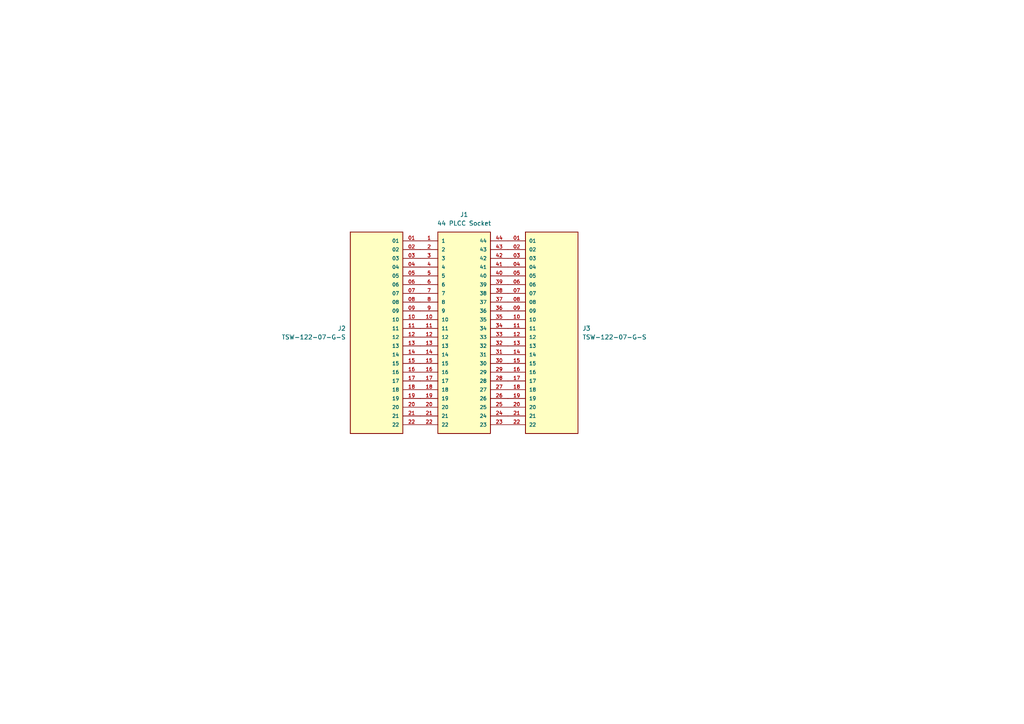
<source format=kicad_sch>
(kicad_sch (version 20231120) (generator "eeschema") (generator_version "8.0")
  (paper "A4")
  (lib_symbols
    (symbol "22 Pin Header (TSW-122-07-G-S):TSW-122-07-G-S" (pin_names (offset 1.016))
      (property "Reference" "J" (at -8.12 30.48 0))
      (property "Value" "TSW-122-07-G-S" (at -7.62 -30.48 0))
      (symbol "TSW-122-07-G-S_0_0"
        (rectangle (start -7.62 -27.94) (end 7.62 30.48) (stroke (width 0.254)) (fill (type background)))
        (pin passive line (at -12.7 27.94 0) (length 5.08) (name "01") (number "01"))
        (pin passive line (at -12.7 25.4 0) (length 5.08) (name "02") (number "02"))
        (pin passive line (at -12.7 22.86 0) (length 5.08) (name "03") (number "03"))
        (pin passive line (at -12.7 20.32 0) (length 5.08) (name "04") (number "04"))
        (pin passive line (at -12.7 17.78 0) (length 5.08) (name "05") (number "05"))
        (pin passive line (at -12.7 15.24 0) (length 5.08) (name "06") (number "06"))
        (pin passive line (at -12.7 12.7 0) (length 5.08) (name "07") (number "07"))
        (pin passive line (at -12.7 10.16 0) (length 5.08) (name "08") (number "08"))
        (pin passive line (at -12.7 7.62 0) (length 5.08) (name "09") (number "09"))
        (pin passive line (at -12.7 5.08 0) (length 5.08) (name "10") (number "10"))
        (pin passive line (at -12.7 2.54 0) (length 5.08) (name "11") (number "11"))
        (pin passive line (at -12.7 0 0) (length 5.08) (name "12") (number "12"))
        (pin passive line (at -12.7 -2.54 0) (length 5.08) (name "13") (number "13"))
        (pin passive line (at -12.7 -5.08 0) (length 5.08) (name "14") (number "14"))
        (pin passive line (at -12.7 -7.62 0) (length 5.08) (name "15") (number "15"))
        (pin passive line (at -12.7 -10.16 0) (length 5.08) (name "16") (number "16"))
        (pin passive line (at -12.7 -12.7 0) (length 5.08) (name "17") (number "17"))
        (pin passive line (at -12.7 -15.24 0) (length 5.08) (name "18") (number "18"))
        (pin passive line (at -12.7 -17.78 0) (length 5.08) (name "19") (number "19"))
        (pin passive line (at -12.7 -20.32 0) (length 5.08) (name "20") (number "20"))
        (pin passive line (at -12.7 -22.86 0) (length 5.08) (name "21") (number "21"))
        (pin passive line (at -12.7 -25.4 0) (length 5.08) (name "22") (number "22"))
      )
    )
    (symbol "54020-44030LF:54020-44030LF" (pin_names (offset 1.016))
      (property "Reference" "J" (at -7.62 28.702 0))
      (property "Value" "54020-44030LF" (at -7.62 -33.02 0))
      (symbol "54020-44030LF_0_0"
        (rectangle (start -7.62 -30.48) (end 7.62 27.94) (stroke (width 0.254)) (fill (type background)))
        (pin passive line (at -12.7 25.4 0) (length 5.08) (name "1") (number "1"))
        (pin passive line (at -12.7 2.54 0) (length 5.08) (name "10") (number "10"))
        (pin passive line (at -12.7 0 0) (length 5.08) (name "11") (number "11"))
        (pin passive line (at -12.7 -2.54 0) (length 5.08) (name "12") (number "12"))
        (pin passive line (at -12.7 -5.08 0) (length 5.08) (name "13") (number "13"))
        (pin passive line (at -12.7 -7.62 0) (length 5.08) (name "14") (number "14"))
        (pin passive line (at -12.7 -10.16 0) (length 5.08) (name "15") (number "15"))
        (pin passive line (at -12.7 -12.7 0) (length 5.08) (name "16") (number "16"))
        (pin passive line (at -12.7 -15.24 0) (length 5.08) (name "17") (number "17"))
        (pin passive line (at -12.7 -17.78 0) (length 5.08) (name "18") (number "18"))
        (pin passive line (at -12.7 -20.32 0) (length 5.08) (name "19") (number "19"))
        (pin passive line (at -12.7 22.86 0) (length 5.08) (name "2") (number "2"))
        (pin passive line (at -12.7 -22.86 0) (length 5.08) (name "20") (number "20"))
        (pin passive line (at -12.7 -25.4 0) (length 5.08) (name "21") (number "21"))
        (pin passive line (at -12.7 -27.94 0) (length 5.08) (name "22") (number "22"))
        (pin passive line (at 12.7 -27.94 180) (length 5.08) (name "23") (number "23"))
        (pin passive line (at 12.7 -25.4 180) (length 5.08) (name "24") (number "24"))
        (pin passive line (at 12.7 -22.86 180) (length 5.08) (name "25") (number "25"))
        (pin passive line (at 12.7 -20.32 180) (length 5.08) (name "26") (number "26"))
        (pin passive line (at 12.7 -17.78 180) (length 5.08) (name "27") (number "27"))
        (pin passive line (at 12.7 -15.24 180) (length 5.08) (name "28") (number "28"))
        (pin passive line (at 12.7 -12.7 180) (length 5.08) (name "29") (number "29"))
        (pin passive line (at -12.7 20.32 0) (length 5.08) (name "3") (number "3"))
        (pin passive line (at 12.7 -10.16 180) (length 5.08) (name "30") (number "30"))
        (pin passive line (at 12.7 -7.62 180) (length 5.08) (name "31") (number "31"))
        (pin passive line (at 12.7 -5.08 180) (length 5.08) (name "32") (number "32"))
        (pin passive line (at 12.7 -2.54 180) (length 5.08) (name "33") (number "33"))
        (pin passive line (at 12.7 0 180) (length 5.08) (name "34") (number "34"))
        (pin passive line (at 12.7 2.54 180) (length 5.08) (name "35") (number "35"))
        (pin passive line (at 12.7 5.08 180) (length 5.08) (name "36") (number "36"))
        (pin passive line (at 12.7 7.62 180) (length 5.08) (name "37") (number "37"))
        (pin passive line (at 12.7 10.16 180) (length 5.08) (name "38") (number "38"))
        (pin passive line (at 12.7 12.7 180) (length 5.08) (name "39") (number "39"))
        (pin passive line (at -12.7 17.78 0) (length 5.08) (name "4") (number "4"))
        (pin passive line (at 12.7 15.24 180) (length 5.08) (name "40") (number "40"))
        (pin passive line (at 12.7 17.78 180) (length 5.08) (name "41") (number "41"))
        (pin passive line (at 12.7 20.32 180) (length 5.08) (name "42") (number "42"))
        (pin passive line (at 12.7 22.86 180) (length 5.08) (name "43") (number "43"))
        (pin passive line (at 12.7 25.4 180) (length 5.08) (name "44") (number "44"))
        (pin passive line (at -12.7 15.24 0) (length 5.08) (name "5") (number "5"))
        (pin passive line (at -12.7 12.7 0) (length 5.08) (name "6") (number "6"))
        (pin passive line (at -12.7 10.16 0) (length 5.08) (name "7") (number "7"))
        (pin passive line (at -12.7 7.62 0) (length 5.08) (name "8") (number "8"))
        (pin passive line (at -12.7 5.08 0) (length 5.08) (name "9") (number "9"))
      )
    )
  )
  (symbol (lib_id "22 Pin Header (TSW-122-07-G-S):TSW-122-07-G-S") (at 160.02 97.79 0) (unit 1)
    (property "Reference" "J3" (at 168.91 95.2499 0) (effects (justify left)))
    (property "Value" "TSW-122-07-G-S" (at 168.91 97.7899 0) (effects (justify left)))
    (property "Footprint" "TSW-122-07-G-S:SAMTEC_TSW-122-07-G-S" (effects (hide yes)))
    (property "MF" "Samtec" (effects (hide yes)))
    (property "Description_1" "\nConnector Header Through Hole 22 position 0.100 (2.54mm)\n" (effects (hide yes)))
    (property "Package" "None" (effects (hide yes)))
    (property "Price" "None" (effects (hide yes)))
    (property "Check_prices" "https://www.snapeda.com/parts/TSW-122-07-G-S/Samtec/view-part/?ref=eda" (effects (hide yes)))
    (property "STANDARD" "Manufacturer Recommendations" (effects (hide yes)))
    (property "PARTREV" "R" (effects (hide yes)))
    (property "SnapEDA_Link" "https://www.snapeda.com/parts/TSW-122-07-G-S/Samtec/view-part/?ref=snap" (effects (hide yes)))
    (property "MP" "TSW-122-07-G-S" (effects (hide yes)))
    (property "Availability" "In Stock" (effects (hide yes)))
    (property "MANUFACTURER" "Samtec" (effects (hide yes)))
  )
  (symbol (lib_id "54020-44030LF:54020-44030LF") (at 134.62 95.25 0) (unit 1)
    (property "Reference" "J1" (at 134.62 62.23 0))
    (property "Value" "44 PLCC Socket" (at 134.62 64.77 0))
    (property "Footprint" "54020-44030LF:AMPHENOL_54020-44030LF" (effects (hide yes)))
    (property "MF" "FCI Connectors" (effects (hide yes)))
    (property "MAXIMUM_PACKAGE_HEIGHT" "8.15mm" (effects (hide yes)))
    (property "Package" "None" (effects (hide yes)))
    (property "Price" "None" (effects (hide yes)))
    (property "Check_prices" "https://www.snapeda.com/parts/54020-44030LF/Amphenol/view-part/?ref=eda" (effects (hide yes)))
    (property "STANDARD" "Manufacturer Recommendations" (effects (hide yes)))
    (property "PARTREV" "K" (effects (hide yes)))
    (property "SnapEDA_Link" "https://www.snapeda.com/parts/54020-44030LF/Amphenol/view-part/?ref=snap" (effects (hide yes)))
    (property "MP" "54020-44030LF" (effects (hide yes)))
    (property "Description_1" "\n44 (4 x 11) Pos PLCC Socket Tin Through Hole\n" (effects (hide yes)))
    (property "Availability" "In Stock" (effects (hide yes)))
    (property "MANUFACTURER" "Amphenol" (effects (hide yes)))
  )
  (symbol (lib_id "22 Pin Header (TSW-122-07-G-S):TSW-122-07-G-S") (at 109.22 97.79 0) (mirror y) (unit 1)
    (property "Reference" "J2" (at 100.33 95.2499 0) (effects (justify left)))
    (property "Value" "TSW-122-07-G-S" (at 100.33 97.7899 0) (effects (justify left)))
    (property "Footprint" "TSW-122-07-G-S:SAMTEC_TSW-122-07-G-S" (effects (hide yes)))
    (property "MF" "Samtec" (effects (hide yes)))
    (property "Description_1" "\nConnector Header Through Hole 22 position 0.100 (2.54mm)\n" (effects (hide yes)))
    (property "Package" "None" (effects (hide yes)))
    (property "Price" "None" (effects (hide yes)))
    (property "Check_prices" "https://www.snapeda.com/parts/TSW-122-07-G-S/Samtec/view-part/?ref=eda" (effects (hide yes)))
    (property "STANDARD" "Manufacturer Recommendations" (effects (hide yes)))
    (property "PARTREV" "R" (effects (hide yes)))
    (property "SnapEDA_Link" "https://www.snapeda.com/parts/TSW-122-07-G-S/Samtec/view-part/?ref=snap" (effects (hide yes)))
    (property "MP" "TSW-122-07-G-S" (effects (hide yes)))
    (property "Availability" "In Stock" (effects (hide yes)))
    (property "MANUFACTURER" "Samtec" (effects (hide yes)))
  )
)
</source>
